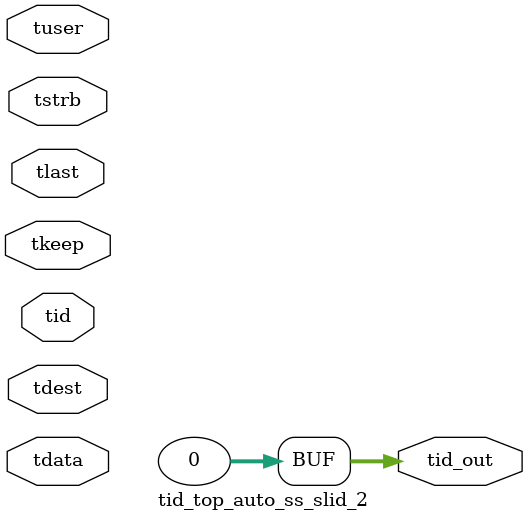
<source format=v>


`timescale 1ps/1ps

module tid_top_auto_ss_slid_2 #
(
parameter C_S_AXIS_TID_WIDTH   = 1,
parameter C_S_AXIS_TUSER_WIDTH = 0,
parameter C_S_AXIS_TDATA_WIDTH = 0,
parameter C_S_AXIS_TDEST_WIDTH = 0,
parameter C_M_AXIS_TID_WIDTH   = 32
)
(
input  [(C_S_AXIS_TID_WIDTH   == 0 ? 1 : C_S_AXIS_TID_WIDTH)-1:0       ] tid,
input  [(C_S_AXIS_TDATA_WIDTH == 0 ? 1 : C_S_AXIS_TDATA_WIDTH)-1:0     ] tdata,
input  [(C_S_AXIS_TUSER_WIDTH == 0 ? 1 : C_S_AXIS_TUSER_WIDTH)-1:0     ] tuser,
input  [(C_S_AXIS_TDEST_WIDTH == 0 ? 1 : C_S_AXIS_TDEST_WIDTH)-1:0     ] tdest,
input  [(C_S_AXIS_TDATA_WIDTH/8)-1:0 ] tkeep,
input  [(C_S_AXIS_TDATA_WIDTH/8)-1:0 ] tstrb,
input                                                                    tlast,
output [(C_M_AXIS_TID_WIDTH   == 0 ? 1 : C_M_AXIS_TID_WIDTH)-1:0       ] tid_out
);

assign tid_out = {1'b0};

endmodule


</source>
